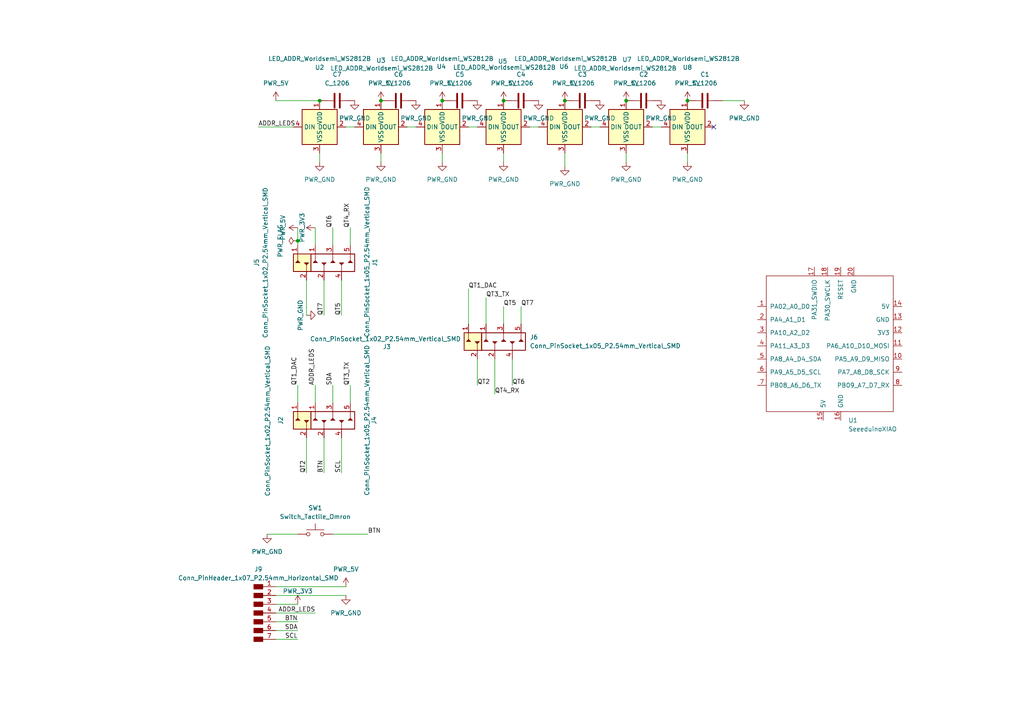
<source format=kicad_sch>
(kicad_sch (version 20231120) (generator "eeschema") (generator_version "8.0")
  (paper "A4")
  (lib_symbols
    (symbol "Seeeduino XIAO:SeeeduinoXIAO" (pin_names (offset 1.016))
      (property "Reference" "U" (at -19.05 22.86 0))
      (property "Value" "SeeeduinoXIAO" (at -12.7 21.59 0))
      (symbol "SeeeduinoXIAO_0_1"
        (rectangle (start -19.05 20.32) (end 17.78 -19.05))
      )
      (symbol "SeeeduinoXIAO_1_1"
        (pin unspecified line (at -21.59 11.43 0) (length 2.54) (name "PA02_A0_D0") (number "1"))
        (pin unspecified line (at 20.32 -3.81 180) (length 2.54) (name "PA5_A9_D9_MISO") (number "10"))
        (pin unspecified line (at 20.32 0 180) (length 2.54) (name "PA6_A10_D10_MOSI") (number "11"))
        (pin unspecified line (at 20.32 3.81 180) (length 2.54) (name "3V3") (number "12"))
        (pin unspecified line (at 20.32 7.62 180) (length 2.54) (name "GND") (number "13"))
        (pin unspecified line (at 20.32 11.43 180) (length 2.54) (name "5V") (number "14"))
        (pin input line (at -2.54 -21.59 90) (length 2.54) (name "5V") (number "15"))
        (pin input line (at 2.54 -21.59 90) (length 2.54) (name "GND") (number "16"))
        (pin input line (at -5.08 22.86 270) (length 2.54) (name "PA31_SWDIO") (number "17"))
        (pin input line (at -1.27 22.86 270) (length 2.54) (name "PA30_SWCLK") (number "18"))
        (pin input line (at 2.54 22.86 270) (length 2.54) (name "RESET") (number "19"))
        (pin unspecified line (at -21.59 7.62 0) (length 2.54) (name "PA4_A1_D1") (number "2"))
        (pin input line (at 6.35 22.86 270) (length 2.54) (name "GND") (number "20"))
        (pin unspecified line (at -21.59 3.81 0) (length 2.54) (name "PA10_A2_D2") (number "3"))
        (pin unspecified line (at -21.59 0 0) (length 2.54) (name "PA11_A3_D3") (number "4"))
        (pin unspecified line (at -21.59 -3.81 0) (length 2.54) (name "PA8_A4_D4_SDA") (number "5"))
        (pin unspecified line (at -21.59 -7.62 0) (length 2.54) (name "PA9_A5_D5_SCL") (number "6"))
        (pin unspecified line (at -21.59 -11.43 0) (length 2.54) (name "PB08_A6_D6_TX") (number "7"))
        (pin unspecified line (at 20.32 -11.43 180) (length 2.54) (name "PB09_A7_D7_RX") (number "8"))
        (pin unspecified line (at 20.32 -7.62 180) (length 2.54) (name "PA7_A8_D8_SCK") (number "9"))
      )
    )
    (symbol "fab:C_1206" (pin_numbers hide)
      (property "Reference" "C" (at 0.635 2.54 0))
      (property "Value" "C_1206" (at 0.635 -2.54 0))
      (symbol "C_1206_0_1"
        (polyline (pts (xy -2.032 -0.762) (xy 2.032 -0.762)) (stroke (width 0.508)))
        (polyline (pts (xy -2.032 0.762) (xy 2.032 0.762)) (stroke (width 0.508)))
        (polyline (pts (xy 0 -0.635) (xy 0 -2.54)))
        (polyline (pts (xy 0 0.635) (xy 0 2.54)))
      )
      (symbol "C_1206_1_1"
        (pin passive line (at 0 5.08 270) (length 2.54) (name "~") (number "1"))
        (pin passive line (at 0 -5.08 90) (length 2.54) (name "~") (number "2"))
      )
    )
    (symbol "fab:Conn_PinHeader_1x07_P2.54mm_Horizontal_SMD" (pin_names hide)
      (property "Reference" "J" (at 0 10.16 0))
      (property "Value" "Conn_PinHeader_1x07_P2.54mm_Horizontal_SMD" (at 0 -10.16 0))
      (symbol "Conn_PinHeader_1x07_P2.54mm_Horizontal_SMD_1_1"
        (rectangle (start -1.27 -6.985) (end 1.27 -8.255) (stroke (width 0.254)) (fill (type outline)))
        (rectangle (start -1.27 -4.445) (end 1.27 -5.715) (stroke (width 0.254)) (fill (type outline)))
        (rectangle (start -1.27 -1.905) (end 1.27 -3.175) (stroke (width 0.254)) (fill (type outline)))
        (rectangle (start -1.27 0.635) (end 1.27 -0.635) (stroke (width 0.254)) (fill (type outline)))
        (rectangle (start -1.27 3.175) (end 1.27 1.905) (stroke (width 0.254)) (fill (type outline)))
        (rectangle (start -1.27 5.715) (end 1.27 4.445) (stroke (width 0.254)) (fill (type outline)))
        (rectangle (start -1.27 8.255) (end 1.27 6.985) (stroke (width 0.254)) (fill (type outline)))
        (pin passive line (at 5.08 7.62 180) (length 3.81) (name "Pin_1") (number "1"))
        (pin passive line (at 5.08 5.08 180) (length 3.81) (name "Pin_2") (number "2"))
        (pin passive line (at 5.08 2.54 180) (length 3.81) (name "Pin_3") (number "3"))
        (pin passive line (at 5.08 0 180) (length 3.81) (name "Pin_4") (number "4"))
        (pin passive line (at 5.08 -2.54 180) (length 3.81) (name "Pin_5") (number "5"))
        (pin passive line (at 5.08 -5.08 180) (length 3.81) (name "Pin_6") (number "6"))
        (pin passive line (at 5.08 -7.62 180) (length 3.81) (name "Pin_7") (number "7"))
      )
    )
    (symbol "fab:Conn_PinSocket_1x02_P2.54mm_Vertical_SMD" (pin_names hide)
      (property "Reference" "J" (at 0 3.81 0))
      (property "Value" "Conn_PinSocket_1x02_P2.54mm_Vertical_SMD" (at 0 -3.81 0))
      (symbol "Conn_PinSocket_1x02_P2.54mm_Vertical_SMD_0_0"
        (rectangle (start -2.54 2.54) (end 2.54 -2.54) (stroke (width 0.254)) (fill (type background)))
        (polyline (pts (xy 0 -1.27) (xy -2.54 -1.27)))
        (polyline (pts (xy 2.54 1.27) (xy 0 1.27)))
        (polyline (pts (xy 0 -1.905) (xy -0.635 -1.27) (xy 0 -0.635) (xy 0 -1.905)) (fill (type outline)))
        (polyline (pts (xy 0 0.635) (xy 0.635 1.27) (xy 0 1.905) (xy 0 0.635)) (fill (type outline)))
      )
      (symbol "Conn_PinSocket_1x02_P2.54mm_Vertical_SMD_1_1"
        (pin passive line (at 5.08 1.27 180) (length 2.54) (name "Pin_1") (number "1"))
        (pin passive line (at -5.08 -1.27 0) (length 2.54) (name "Pin_2") (number "2"))
      )
    )
    (symbol "fab:Conn_PinSocket_1x05_P2.54mm_Vertical_SMD" (pin_names hide)
      (property "Reference" "J" (at 0 7.62 0))
      (property "Value" "Conn_PinSocket_1x05_P2.54mm_Vertical_SMD" (at 0 -7.62 0))
      (symbol "Conn_PinSocket_1x05_P2.54mm_Vertical_SMD_0_0"
        (polyline (pts (xy 0 -2.54) (xy -2.54 -2.54)))
        (polyline (pts (xy 0 2.54) (xy -2.54 2.54)))
        (polyline (pts (xy 2.54 -5.08) (xy 0 -5.08)))
        (polyline (pts (xy 2.54 0) (xy 0 0)))
        (polyline (pts (xy 2.54 5.08) (xy 0 5.08)))
        (polyline (pts (xy 0 -5.715) (xy 0.635 -5.08) (xy 0 -4.445) (xy 0 -5.715)) (fill (type outline)))
        (polyline (pts (xy 0 -3.175) (xy -0.635 -2.54) (xy 0 -1.905) (xy 0 -3.175)) (fill (type outline)))
        (polyline (pts (xy 0 -0.635) (xy 0.635 0) (xy 0 0.635) (xy 0 -0.635)) (fill (type outline)))
        (polyline (pts (xy 0 1.905) (xy -0.635 2.54) (xy 0 3.175) (xy 0 1.905)) (fill (type outline)))
        (polyline (pts (xy 0 4.445) (xy 0.635 5.08) (xy 0 5.715) (xy 0 4.445)) (fill (type outline)))
      )
      (symbol "Conn_PinSocket_1x05_P2.54mm_Vertical_SMD_1_0"
        (rectangle (start -2.54 6.35) (end 2.54 -6.35) (stroke (width 0.254)))
      )
      (symbol "Conn_PinSocket_1x05_P2.54mm_Vertical_SMD_1_1"
        (pin passive line (at 5.08 5.08 180) (length 2.54) (name "Pin_1") (number "1"))
        (pin passive line (at -5.08 2.54 0) (length 2.54) (name "Pin_2") (number "2"))
        (pin passive line (at 5.08 0 180) (length 2.54) (name "Pin_1") (number "3"))
        (pin passive line (at -5.08 -2.54 0) (length 2.54) (name "Pin_2") (number "4"))
        (pin passive line (at 5.08 -5.08 180) (length 2.54) (name "Pin_1") (number "5"))
      )
    )
    (symbol "fab:LED_ADDR_Worldsemi_WS2812B"
      (property "Reference" "U" (at -5.08 5.715 0))
      (property "Value" "LED_ADDR_Worldsemi_WS2812B" (at 0.635 5.715 0))
      (symbol "LED_ADDR_Worldsemi_WS2812B_0_1"
        (rectangle (start -5.08 5.08) (end 5.08 -5.08) (stroke (width 0.254)) (fill (type background)))
      )
      (symbol "LED_ADDR_Worldsemi_WS2812B_1_1"
        (pin power_in line (at 0 7.62 270) (length 2.54) (name "VDD") (number "1"))
        (pin output line (at 7.62 0 180) (length 2.54) (name "DOUT") (number "2"))
        (pin power_in line (at 0 -7.62 90) (length 2.54) (name "VSS") (number "3"))
        (pin input line (at -7.62 0 0) (length 2.54) (name "DIN") (number "4"))
      )
    )
    (symbol "fab:PWR_3V3" (power) (pin_names (offset 0))
      (property "Value" "PWR_3V3" (at 0 3.556 0))
      (symbol "PWR_3V3_0_1"
        (polyline (pts (xy -0.762 1.27) (xy 0 2.54)))
        (polyline (pts (xy 0 0) (xy 0 2.54)))
        (polyline (pts (xy 0 2.54) (xy 0.762 1.27)))
      )
      (symbol "PWR_3V3_1_1"
        (pin power_in line (at 0 0 90) (length 0) hide (name "PWR_3V3") (number "1"))
      )
    )
    (symbol "fab:PWR_5V" (power) (pin_names (offset 0))
      (property "Value" "PWR_5V" (at 0 3.556 0))
      (symbol "PWR_5V_0_1"
        (polyline (pts (xy -0.762 1.27) (xy 0 2.54)))
        (polyline (pts (xy 0 0) (xy 0 2.54)))
        (polyline (pts (xy 0 2.54) (xy 0.762 1.27)))
      )
      (symbol "PWR_5V_1_1"
        (pin power_in line (at 0 0 90) (length 0) hide (name "PWR_5V") (number "1"))
      )
    )
    (symbol "fab:PWR_FLAG" (power) (pin_numbers hide) (pin_names (offset 0) hide)
      (property "Value" "PWR_FLAG" (at 0 3.81 0))
      (symbol "PWR_FLAG_0_1"
        (polyline (pts (xy 0 0) (xy 0 1.27) (xy -1.016 1.905) (xy 0 2.54) (xy 1.016 1.905) (xy 0 1.27)))
      )
      (symbol "PWR_FLAG_1_0"
        (pin power_out line (at 0 0 90) (length 0) (name "PWR_FLAG") (number "1"))
      )
    )
    (symbol "fab:PWR_GND" (power) (pin_names (offset 0))
      (property "Value" "PWR_GND" (at 0 -3.81 0))
      (symbol "PWR_GND_0_1"
        (polyline (pts (xy 0 0) (xy 0 -1.27) (xy 1.27 -1.27) (xy 0 -2.54) (xy -1.27 -1.27) (xy 0 -1.27)))
      )
      (symbol "PWR_GND_1_1"
        (pin power_in line (at 0 0 270) (length 0) hide (name "PWR_GND") (number "1"))
      )
    )
    (symbol "fab:Switch_Tactile_Omron" (pin_numbers hide) (pin_names (offset 1.016) hide)
      (property "Reference" "SW" (at 1.27 2.54 0))
      (property "Value" "Switch_Tactile_Omron" (at 0 -1.524 0))
      (symbol "Switch_Tactile_Omron_0_1"
        (circle (center -2.032 0) (radius 0.508))
        (polyline (pts (xy 0 1.27) (xy 0 3.048)))
        (polyline (pts (xy 2.54 1.27) (xy -2.54 1.27)))
        (circle (center 2.032 0) (radius 0.508))
        (pin passive line (at -5.08 0 0) (length 2.54) (name "1") (number "1"))
        (pin passive line (at 5.08 0 180) (length 2.54) (name "2") (number "2"))
      )
    )
  )
  (junction (at 128.27 29.21))
  (junction (at 163.83 29.21))
  (junction (at 110.49 29.21))
  (junction (at 199.39 29.21))
  (junction (at 86.36 69.85))
  (junction (at 146.05 29.21))
  (junction (at 181.61 29.21))
  (junction (at 92.71 29.21))
  (no_connect (at 207.01 36.83))
  (wire (pts (xy 77.47 154.94) (xy 86.36 154.94)))
  (wire (pts (xy 199.39 44.45) (xy 199.39 46.99)))
  (wire (pts (xy 135.89 36.83) (xy 138.43 36.83)))
  (wire (pts (xy 151.13 88.9) (xy 151.13 93.98)))
  (wire (pts (xy 110.49 44.45) (xy 110.49 46.99)))
  (wire (pts (xy 100.33 170.18) (xy 80.01 170.18)))
  (wire (pts (xy 99.06 81.28) (xy 99.06 91.44)))
  (wire (pts (xy 86.36 111.76) (xy 86.36 116.84)))
  (wire (pts (xy 153.67 36.83) (xy 156.21 36.83)))
  (wire (pts (xy 88.9 127) (xy 88.9 137.16)))
  (wire (pts (xy 148.59 104.14) (xy 148.59 111.76)))
  (wire (pts (xy 140.97 86.36) (xy 140.97 93.98)))
  (wire (pts (xy 88.9 91.44) (xy 88.9 81.28)))
  (wire (pts (xy 91.44 71.12) (xy 91.44 66.04)))
  (wire (pts (xy 96.52 66.04) (xy 96.52 71.12)))
  (wire (pts (xy 80.01 29.21) (xy 92.71 29.21)))
  (wire (pts (xy 209.55 29.21) (xy 215.9 29.21)))
  (wire (pts (xy 101.6 66.04) (xy 101.6 71.12)))
  (wire (pts (xy 96.52 116.84) (xy 96.52 111.76)))
  (wire (pts (xy 143.51 104.14) (xy 143.51 114.3)))
  (wire (pts (xy 86.36 175.26) (xy 80.01 175.26)))
  (wire (pts (xy 96.52 154.94) (xy 106.68 154.94)))
  (wire (pts (xy 138.43 104.14) (xy 138.43 111.76)))
  (wire (pts (xy 146.05 44.45) (xy 146.05 46.99)))
  (wire (pts (xy 86.36 182.88) (xy 80.01 182.88)))
  (wire (pts (xy 86.36 71.12) (xy 86.36 69.85)))
  (wire (pts (xy 135.89 83.82) (xy 135.89 93.98)))
  (wire (pts (xy 86.36 69.85) (xy 86.36 66.04)))
  (wire (pts (xy 99.06 137.16) (xy 99.06 127)))
  (wire (pts (xy 128.27 44.45) (xy 128.27 46.99)))
  (wire (pts (xy 189.23 36.83) (xy 191.77 36.83)))
  (wire (pts (xy 92.71 44.45) (xy 92.71 46.99)))
  (wire (pts (xy 146.05 88.9) (xy 146.05 93.98)))
  (wire (pts (xy 100.33 172.72) (xy 80.01 172.72)))
  (wire (pts (xy 101.6 116.84) (xy 101.6 111.76)))
  (wire (pts (xy 91.44 116.84) (xy 91.44 111.76)))
  (wire (pts (xy 93.98 137.16) (xy 93.98 127)))
  (wire (pts (xy 86.36 185.42) (xy 80.01 185.42)))
  (wire (pts (xy 163.83 44.45) (xy 163.83 48.26)))
  (wire (pts (xy 100.33 36.83) (xy 102.87 36.83)))
  (wire (pts (xy 93.98 81.28) (xy 93.98 91.44)))
  (wire (pts (xy 91.44 177.8) (xy 80.01 177.8)))
  (wire (pts (xy 74.93 36.83) (xy 85.09 36.83)))
  (wire (pts (xy 171.45 36.83) (xy 173.99 36.83)))
  (wire (pts (xy 118.11 36.83) (xy 120.65 36.83)))
  (wire (pts (xy 86.36 180.34) (xy 80.01 180.34)))
  (wire (pts (xy 181.61 44.45) (xy 181.61 46.99)))
  (label "BTN" (at 86.36 180.34 180))
  (label "QT3_TX" (at 101.6 111.76 90))
  (label "QT1_DAC" (at 86.36 111.76 90))
  (label "SCL" (at 99.06 137.16 90))
  (label "QT1_DAC" (at 135.89 83.82 0))
  (label "ADDR_LEDS" (at 91.44 111.76 90))
  (label "QT6" (at 148.59 111.76 0))
  (label "QT7" (at 151.13 88.9 0))
  (label "QT2" (at 138.43 111.76 0))
  (label "SCL" (at 86.36 185.42 180))
  (label "QT5" (at 146.05 88.9 0))
  (label "QT3_TX" (at 140.97 86.36 0))
  (label "QT4_RX" (at 143.51 114.3 0))
  (label "QT5" (at 99.06 91.44 90))
  (label "QT4_RX" (at 101.6 66.04 90))
  (label "QT7" (at 93.98 91.44 90))
  (label "BTN" (at 93.98 137.16 90))
  (label "QT2" (at 88.9 137.16 90))
  (label "BTN" (at 106.68 154.94 0))
  (label "ADDR_LEDS" (at 91.44 177.8 180))
  (label "QT6" (at 96.52 66.04 90))
  (label "ADDR_LEDS" (at 74.93 36.83 0))
  (label "SDA" (at 86.36 182.88 180))
  (label "SDA" (at 96.52 111.76 90))
  (symbol (lib_id "fab:LED_ADDR_Worldsemi_WS2812B") (at 128.27 36.83 0) (unit 1)
    (property "Reference" "U4" (at 128.016 19.304 0))
    (property "Value" "LED_ADDR_Worldsemi_WS2812B" (at 128.27 17.018 0))
    (property "Footprint" "fab:LED_ADDR_Worldsemi_WS2812B" (effects (hide yes)))
    (property "Datasheet" "http://cdn.sparkfun.com/datasheets/BreakoutBoards/WS2812B.pdf" (effects (hide yes)))
    (property "Description" "Worldsemi WS2812B, Adafruit Industries LLC ADDRESS LED SERIAL RGB 100PK" (effects (hide yes)))
  )
  (symbol (lib_id "fab:PWR_5V") (at 110.49 29.21 0) (unit 1)
    (property "Reference" "#PWR023" (effects (hide yes)))
    (property "Value" "PWR_5V" (at 110.49 24.13 0))
    (property "Description" "Power symbol creates a global label with name \"+5V\"" (effects (hide yes)))
  )
  (symbol (lib_id "fab:LED_ADDR_Worldsemi_WS2812B") (at 92.71 36.83 0) (unit 1)
    (property "Reference" "U2" (at 92.71 19.558 0))
    (property "Value" "LED_ADDR_Worldsemi_WS2812B" (at 92.71 17.018 0))
    (property "Footprint" "fab:LED_ADDR_Worldsemi_WS2812B" (effects (hide yes)))
    (property "Datasheet" "http://cdn.sparkfun.com/datasheets/BreakoutBoards/WS2812B.pdf" (effects (hide yes)))
    (property "Description" "Worldsemi WS2812B, Adafruit Industries LLC ADDRESS LED SERIAL RGB 100PK" (effects (hide yes)))
  )
  (symbol (lib_id "fab:PWR_GND") (at 92.71 46.99 0) (unit 1)
    (property "Reference" "#PWR01" (effects (hide yes)))
    (property "Value" "PWR_GND" (at 92.71 52.07 0))
    (property "Description" "Power symbol creates a global label with name \"GND\" , ground" (effects (hide yes)))
  )
  (symbol (lib_id "fab:LED_ADDR_Worldsemi_WS2812B") (at 181.61 36.83 0) (unit 1)
    (property "Reference" "U7" (at 181.864 17.272 0))
    (property "Value" "LED_ADDR_Worldsemi_WS2812B" (at 181.356 19.812 0))
    (property "Footprint" "fab:LED_ADDR_Worldsemi_WS2812B" (effects (hide yes)))
    (property "Datasheet" "http://cdn.sparkfun.com/datasheets/BreakoutBoards/WS2812B.pdf" (effects (hide yes)))
    (property "Description" "Worldsemi WS2812B, Adafruit Industries LLC ADDRESS LED SERIAL RGB 100PK" (effects (hide yes)))
  )
  (symbol (lib_id "fab:Conn_PinSocket_1x02_P2.54mm_Vertical_SMD") (at 87.63 121.92 90) (unit 1)
    (property "Reference" "J2" (at 81.407 120.777 0) (effects (justify right)))
    (property "Value" "Conn_PinSocket_1x02_P2.54mm_Vertical_SMD" (at 77.597 100.203 0) (effects (justify right)))
    (property "Footprint" "fab:PinSocket_1x02_P2.54mm_Vertical_SMD" (effects (hide yes)))
    (property "Datasheet" "https://media.digikey.com/pdf/Data%20Sheets/Sullins%20PDFs/NPxCxx1KFXx-RC%2010487-D.pdf" (effects (hide yes)))
    (property "Description" "2 Position Header, Top or Bottom Entry Connector 0.100\" (2.54mm) Surface Mount Tin" (effects (hide yes)))
  )
  (symbol (lib_id "fab:PWR_GND") (at 100.33 172.72 0) (mirror y) (unit 1)
    (property "Reference" "#PWR011" (effects (hide yes)))
    (property "Value" "PWR_GND" (at 100.33 177.8 0))
    (property "Description" "Power symbol creates a global label with name \"GND\" , ground" (effects (hide yes)))
  )
  (symbol (lib_id "fab:PWR_GND") (at 138.43 29.21 0) (unit 1)
    (property "Reference" "#PWR016" (effects (hide yes)))
    (property "Value" "PWR_GND" (at 138.43 34.29 0))
    (property "Description" "Power symbol creates a global label with name \"GND\" , ground" (effects (hide yes)))
  )
  (symbol (lib_id "fab:C_1206") (at 186.69 29.21 270) (unit 1)
    (property "Reference" "C2" (at 186.69 21.59 90))
    (property "Value" "C_1206" (at 186.69 24.13 90))
    (property "Footprint" "fab:C_1206" (effects (hide yes)))
    (property "Datasheet" "https://www.yageo.com/upload/media/product/productsearch/datasheet/mlcc/UPY-GP_NP0_16V-to-50V_18.pdf" (effects (hide yes)))
    (property "Description" "Unpolarized capacitor, SMD, 1206" (effects (hide yes)))
  )
  (symbol (lib_id "fab:PWR_5V") (at 86.36 66.04 90) (unit 1)
    (property "Reference" "#PWR014" (effects (hide yes)))
    (property "Value" "PWR_5V" (at 82.042 66.04 0))
    (property "Description" "Power symbol creates a global label with name \"+5V\"" (effects (hide yes)))
  )
  (symbol (lib_id "fab:Conn_PinSocket_1x02_P2.54mm_Vertical_SMD") (at 87.63 76.2 90) (unit 1)
    (property "Reference" "J5" (at 74.422 76.2 0))
    (property "Value" "Conn_PinSocket_1x02_P2.54mm_Vertical_SMD" (at 76.962 76.2 0))
    (property "Footprint" "fab:PinSocket_1x02_P2.54mm_Vertical_SMD" (effects (hide yes)))
    (property "Datasheet" "https://media.digikey.com/pdf/Data%20Sheets/Sullins%20PDFs/NPxCxx1KFXx-RC%2010487-D.pdf" (effects (hide yes)))
    (property "Description" "2 Position Header, Top or Bottom Entry Connector 0.100\" (2.54mm) Surface Mount Tin" (effects (hide yes)))
  )
  (symbol (lib_id "fab:Conn_PinSocket_1x05_P2.54mm_Vertical_SMD") (at 96.52 76.2 90) (unit 1)
    (property "Reference" "J1" (at 108.712 74.93 0) (effects (justify right)))
    (property "Value" "Conn_PinSocket_1x05_P2.54mm_Vertical_SMD" (at 106.426 54.102 0) (effects (justify right)))
    (property "Footprint" "fab:PinSocket_1x05_P2.54mm_Vertical_SMD" (effects (hide yes)))
    (property "Datasheet" "https://media.digikey.com/pdf/Data%20Sheets/Sullins%20PDFs/NPxCxx1KFXx-RC%2010487-D.pdf" (effects (hide yes)))
    (property "Description" "Top or Bottom Entry Connector 0.100\" (2.54mm) Surface Mount Tin" (effects (hide yes)))
  )
  (symbol (lib_id "fab:PWR_5V") (at 146.05 29.21 0) (unit 1)
    (property "Reference" "#PWR025" (effects (hide yes)))
    (property "Value" "PWR_5V" (at 146.05 24.13 0))
    (property "Description" "Power symbol creates a global label with name \"+5V\"" (effects (hide yes)))
  )
  (symbol (lib_id "fab:PWR_GND") (at 215.9 29.21 0) (unit 1)
    (property "Reference" "#PWR010" (effects (hide yes)))
    (property "Value" "PWR_GND" (at 215.9 34.29 0))
    (property "Description" "Power symbol creates a global label with name \"GND\" , ground" (effects (hide yes)))
  )
  (symbol (lib_id "fab:C_1206") (at 168.91 29.21 270) (unit 1)
    (property "Reference" "C3" (at 168.91 21.59 90))
    (property "Value" "C_1206" (at 168.91 24.13 90))
    (property "Footprint" "fab:C_1206" (effects (hide yes)))
    (property "Datasheet" "https://www.yageo.com/upload/media/product/productsearch/datasheet/mlcc/UPY-GP_NP0_16V-to-50V_18.pdf" (effects (hide yes)))
    (property "Description" "Unpolarized capacitor, SMD, 1206" (effects (hide yes)))
  )
  (symbol (lib_id "fab:Conn_PinHeader_1x07_P2.54mm_Horizontal_SMD") (at 74.93 177.8 0) (unit 1)
    (property "Reference" "J9" (at 74.93 165.1 0))
    (property "Value" "Conn_PinHeader_1x07_P2.54mm_Horizontal_SMD" (at 74.93 167.64 0))
    (property "Footprint" "fab:PinHeader_1x07_P2.54mm_Horizontal_SMD" (effects (hide yes)))
    (property "Description" "Male connector, single row" (effects (hide yes)))
  )
  (symbol (lib_id "fab:C_1206") (at 97.79 29.21 270) (unit 1)
    (property "Reference" "C7" (at 97.79 21.59 90))
    (property "Value" "C_1206" (at 97.79 24.13 90))
    (property "Footprint" "fab:C_1206" (effects (hide yes)))
    (property "Datasheet" "https://www.yageo.com/upload/media/product/productsearch/datasheet/mlcc/UPY-GP_NP0_16V-to-50V_18.pdf" (effects (hide yes)))
    (property "Description" "Unpolarized capacitor, SMD, 1206" (effects (hide yes)))
  )
  (symbol (lib_id "fab:PWR_5V") (at 163.83 29.21 0) (unit 1)
    (property "Reference" "#PWR026" (effects (hide yes)))
    (property "Value" "PWR_5V" (at 163.83 24.13 0))
    (property "Description" "Power symbol creates a global label with name \"+5V\"" (effects (hide yes)))
  )
  (symbol (lib_id "fab:PWR_3V3") (at 91.44 66.04 90) (unit 1)
    (property "Reference" "#PWR018" (effects (hide yes)))
    (property "Value" "PWR_3V3" (at 87.63 66.04 0))
    (property "Description" "Power symbol creates a global label with name \"+3V3\"" (effects (hide yes)))
  )
  (symbol (lib_id "fab:PWR_GND") (at 163.83 48.26 0) (unit 1)
    (property "Reference" "#PWR05" (effects (hide yes)))
    (property "Value" "PWR_GND" (at 163.83 53.34 0))
    (property "Description" "Power symbol creates a global label with name \"GND\" , ground" (effects (hide yes)))
  )
  (symbol (lib_id "fab:PWR_GND") (at 110.49 46.99 0) (unit 1)
    (property "Reference" "#PWR02" (effects (hide yes)))
    (property "Value" "PWR_GND" (at 110.49 52.07 0))
    (property "Description" "Power symbol creates a global label with name \"GND\" , ground" (effects (hide yes)))
  )
  (symbol (lib_id "fab:PWR_5V") (at 199.39 29.21 0) (unit 1)
    (property "Reference" "#PWR028" (effects (hide yes)))
    (property "Value" "PWR_5V" (at 199.39 24.13 0))
    (property "Description" "Power symbol creates a global label with name \"+5V\"" (effects (hide yes)))
  )
  (symbol (lib_id "fab:Switch_Tactile_Omron") (at 91.44 154.94 0) (unit 1)
    (property "Reference" "SW1" (at 91.44 147.32 0))
    (property "Value" "Switch_Tactile_Omron" (at 91.44 149.86 0))
    (property "Footprint" "fab:Button_Omron_B3SN_6.0x6.0mm" (effects (hide yes)))
    (property "Datasheet" "https://omronfs.omron.com/en_US/ecb/products/pdf/en-b3sn.pdf" (effects (hide yes)))
    (property "Description" "Push button switch, Omron, B3SN, Sealed Tactile Switch (SMT), SPST-NO Top Actuated Surface Mount" (effects (hide yes)))
  )
  (symbol (lib_id "fab:PWR_5V") (at 80.01 29.21 0) (unit 1)
    (property "Reference" "#PWR09" (effects (hide yes)))
    (property "Value" "PWR_5V" (at 80.01 24.13 0))
    (property "Description" "Power symbol creates a global label with name \"+5V\"" (effects (hide yes)))
  )
  (symbol (lib_id "fab:PWR_GND") (at 120.65 29.21 0) (unit 1)
    (property "Reference" "#PWR015" (effects (hide yes)))
    (property "Value" "PWR_GND" (at 120.65 34.29 0))
    (property "Description" "Power symbol creates a global label with name \"GND\" , ground" (effects (hide yes)))
  )
  (symbol (lib_id "fab:PWR_GND") (at 146.05 46.99 0) (unit 1)
    (property "Reference" "#PWR04" (effects (hide yes)))
    (property "Value" "PWR_GND" (at 146.05 52.07 0))
    (property "Description" "Power symbol creates a global label with name \"GND\" , ground" (effects (hide yes)))
  )
  (symbol (lib_id "fab:PWR_GND") (at 102.87 29.21 0) (unit 1)
    (property "Reference" "#PWR013" (effects (hide yes)))
    (property "Value" "PWR_GND" (at 102.87 34.29 0))
    (property "Description" "Power symbol creates a global label with name \"GND\" , ground" (effects (hide yes)))
  )
  (symbol (lib_id "fab:PWR_GND") (at 128.27 46.99 0) (unit 1)
    (property "Reference" "#PWR03" (effects (hide yes)))
    (property "Value" "PWR_GND" (at 128.27 52.07 0))
    (property "Description" "Power symbol creates a global label with name \"GND\" , ground" (effects (hide yes)))
  )
  (symbol (lib_id "fab:Conn_PinSocket_1x05_P2.54mm_Vertical_SMD") (at 96.52 121.92 90) (unit 1)
    (property "Reference" "J4" (at 108.458 121.92 0))
    (property "Value" "Conn_PinSocket_1x05_P2.54mm_Vertical_SMD" (at 106.426 121.92 0))
    (property "Footprint" "fab:PinSocket_1x05_P2.54mm_Vertical_SMD" (effects (hide yes)))
    (property "Datasheet" "https://media.digikey.com/pdf/Data%20Sheets/Sullins%20PDFs/NPxCxx1KFXx-RC%2010487-D.pdf" (effects (hide yes)))
    (property "Description" "Top or Bottom Entry Connector 0.100\" (2.54mm) Surface Mount Tin" (effects (hide yes)))
  )
  (symbol (lib_id "fab:C_1206") (at 151.13 29.21 270) (unit 1)
    (property "Reference" "C4" (at 151.13 21.59 90))
    (property "Value" "C_1206" (at 151.13 24.13 90))
    (property "Footprint" "fab:C_1206" (effects (hide yes)))
    (property "Datasheet" "https://www.yageo.com/upload/media/product/productsearch/datasheet/mlcc/UPY-GP_NP0_16V-to-50V_18.pdf" (effects (hide yes)))
    (property "Description" "Unpolarized capacitor, SMD, 1206" (effects (hide yes)))
  )
  (symbol (lib_id "fab:PWR_5V") (at 100.33 170.18 0) (mirror y) (unit 1)
    (property "Reference" "#PWR08" (effects (hide yes)))
    (property "Value" "PWR_5V" (at 100.33 165.1 0))
    (property "Description" "Power symbol creates a global label with name \"+5V\"" (effects (hide yes)))
  )
  (symbol (lib_id "fab:C_1206") (at 133.35 29.21 270) (unit 1)
    (property "Reference" "C5" (at 133.35 21.59 90))
    (property "Value" "C_1206" (at 133.35 24.13 90))
    (property "Footprint" "fab:C_1206" (effects (hide yes)))
    (property "Datasheet" "https://www.yageo.com/upload/media/product/productsearch/datasheet/mlcc/UPY-GP_NP0_16V-to-50V_18.pdf" (effects (hide yes)))
    (property "Description" "Unpolarized capacitor, SMD, 1206" (effects (hide yes)))
  )
  (symbol (lib_id "fab:PWR_GND") (at 156.21 29.21 0) (unit 1)
    (property "Reference" "#PWR019" (effects (hide yes)))
    (property "Value" "PWR_GND" (at 156.21 34.29 0))
    (property "Description" "Power symbol creates a global label with name \"GND\" , ground" (effects (hide yes)))
  )
  (symbol (lib_id "fab:Conn_PinSocket_1x02_P2.54mm_Vertical_SMD") (at 137.16 99.06 90) (unit 1)
    (property "Reference" "J3" (at 110.998 100.584 90) (effects (justify right)))
    (property "Value" "Conn_PinSocket_1x02_P2.54mm_Vertical_SMD" (at 89.916 98.298 90) (effects (justify right)))
    (property "Footprint" "fab:PinSocket_1x02_P2.54mm_Vertical_SMD" (effects (hide yes)))
    (property "Datasheet" "https://media.digikey.com/pdf/Data%20Sheets/Sullins%20PDFs/NPxCxx1KFXx-RC%2010487-D.pdf" (effects (hide yes)))
    (property "Description" "2 Position Header, Top or Bottom Entry Connector 0.100\" (2.54mm) Surface Mount Tin" (effects (hide yes)))
  )
  (symbol (lib_id "fab:LED_ADDR_Worldsemi_WS2812B") (at 163.83 36.83 0) (unit 1)
    (property "Reference" "U6" (at 163.576 19.304 0))
    (property "Value" "LED_ADDR_Worldsemi_WS2812B" (at 164.084 17.018 0))
    (property "Footprint" "fab:LED_ADDR_Worldsemi_WS2812B" (effects (hide yes)))
    (property "Datasheet" "http://cdn.sparkfun.com/datasheets/BreakoutBoards/WS2812B.pdf" (effects (hide yes)))
    (property "Description" "Worldsemi WS2812B, Adafruit Industries LLC ADDRESS LED SERIAL RGB 100PK" (effects (hide yes)))
  )
  (symbol (lib_id "fab:PWR_GND") (at 199.39 46.99 0) (unit 1)
    (property "Reference" "#PWR07" (effects (hide yes)))
    (property "Value" "PWR_GND" (at 199.39 52.07 0))
    (property "Description" "Power symbol creates a global label with name \"GND\" , ground" (effects (hide yes)))
  )
  (symbol (lib_id "fab:Conn_PinSocket_1x05_P2.54mm_Vertical_SMD") (at 146.05 99.06 90) (unit 1)
    (property "Reference" "J6" (at 153.67 97.7899 90) (effects (justify right)))
    (property "Value" "Conn_PinSocket_1x05_P2.54mm_Vertical_SMD" (at 153.67 100.3299 90) (effects (justify right)))
    (property "Footprint" "fab:PinSocket_1x05_P2.54mm_Vertical_SMD" (effects (hide yes)))
    (property "Datasheet" "https://media.digikey.com/pdf/Data%20Sheets/Sullins%20PDFs/NPxCxx1KFXx-RC%2010487-D.pdf" (effects (hide yes)))
    (property "Description" "Top or Bottom Entry Connector 0.100\" (2.54mm) Surface Mount Tin" (effects (hide yes)))
  )
  (symbol (lib_id "fab:LED_ADDR_Worldsemi_WS2812B") (at 199.39 36.83 0) (unit 1)
    (property "Reference" "U8" (at 199.39 19.558 0))
    (property "Value" "LED_ADDR_Worldsemi_WS2812B" (at 199.644 17.018 0))
    (property "Footprint" "fab:LED_ADDR_Worldsemi_WS2812B" (effects (hide yes)))
    (property "Datasheet" "http://cdn.sparkfun.com/datasheets/BreakoutBoards/WS2812B.pdf" (effects (hide yes)))
    (property "Description" "Worldsemi WS2812B, Adafruit Industries LLC ADDRESS LED SERIAL RGB 100PK" (effects (hide yes)))
  )
  (symbol (lib_id "fab:LED_ADDR_Worldsemi_WS2812B") (at 146.05 36.83 0) (unit 1)
    (property "Reference" "U5" (at 145.796 17.78 0))
    (property "Value" "LED_ADDR_Worldsemi_WS2812B" (at 146.304 19.558 0))
    (property "Footprint" "fab:LED_ADDR_Worldsemi_WS2812B" (effects (hide yes)))
    (property "Datasheet" "http://cdn.sparkfun.com/datasheets/BreakoutBoards/WS2812B.pdf" (effects (hide yes)))
    (property "Description" "Worldsemi WS2812B, Adafruit Industries LLC ADDRESS LED SERIAL RGB 100PK" (effects (hide yes)))
  )
  (symbol (lib_id "fab:PWR_GND") (at 77.47 154.94 0) (unit 1)
    (property "Reference" "#PWR020" (effects (hide yes)))
    (property "Value" "PWR_GND" (at 77.47 160.02 0))
    (property "Description" "Power symbol creates a global label with name \"GND\" , ground" (effects (hide yes)))
  )
  (symbol (lib_id "fab:PWR_5V") (at 128.27 29.21 0) (unit 1)
    (property "Reference" "#PWR024" (effects (hide yes)))
    (property "Value" "PWR_5V" (at 128.27 24.13 0))
    (property "Description" "Power symbol creates a global label with name \"+5V\"" (effects (hide yes)))
  )
  (symbol (lib_id "fab:C_1206") (at 204.47 29.21 270) (unit 1)
    (property "Reference" "C1" (at 204.47 21.59 90))
    (property "Value" "C_1206" (at 204.47 24.13 90))
    (property "Footprint" "fab:C_1206" (effects (hide yes)))
    (property "Datasheet" "https://www.yageo.com/upload/media/product/productsearch/datasheet/mlcc/UPY-GP_NP0_16V-to-50V_18.pdf" (effects (hide yes)))
    (property "Description" "Unpolarized capacitor, SMD, 1206" (effects (hide yes)))
  )
  (symbol (lib_id "fab:LED_ADDR_Worldsemi_WS2812B") (at 110.49 36.83 0) (unit 1)
    (property "Reference" "U3" (at 110.49 17.526 0))
    (property "Value" "LED_ADDR_Worldsemi_WS2812B" (at 110.744 19.812 0))
    (property "Footprint" "fab:LED_ADDR_Worldsemi_WS2812B" (effects (hide yes)))
    (property "Datasheet" "http://cdn.sparkfun.com/datasheets/BreakoutBoards/WS2812B.pdf" (effects (hide yes)))
    (property "Description" "Worldsemi WS2812B, Adafruit Industries LLC ADDRESS LED SERIAL RGB 100PK" (effects (hide yes)))
  )
  (symbol (lib_id "fab:PWR_FLAG") (at 86.36 69.85 90) (unit 1)
    (property "Reference" "#FLG01" (effects (hide yes)))
    (property "Value" "PWR_FLAG" (at 81.28 69.85 0))
    (property "Description" "Special symbol for telling ERC where power comes from" (effects (hide yes)))
  )
  (symbol (lib_id "fab:PWR_GND") (at 191.77 29.21 0) (unit 1)
    (property "Reference" "#PWR022" (effects (hide yes)))
    (property "Value" "PWR_GND" (at 191.77 34.29 0))
    (property "Description" "Power symbol creates a global label with name \"GND\" , ground" (effects (hide yes)))
  )
  (symbol (lib_id "fab:PWR_GND") (at 173.99 29.21 0) (unit 1)
    (property "Reference" "#PWR021" (effects (hide yes)))
    (property "Value" "PWR_GND" (at 173.99 34.29 0))
    (property "Description" "Power symbol creates a global label with name \"GND\" , ground" (effects (hide yes)))
  )
  (symbol (lib_id "fab:PWR_GND") (at 88.9 91.44 90) (unit 1)
    (property "Reference" "#PWR017" (effects (hide yes)))
    (property "Value" "PWR_GND" (at 87.122 91.44 0))
    (property "Description" "Power symbol creates a global label with name \"GND\" , ground" (effects (hide yes)))
  )
  (symbol (lib_id "Seeeduino XIAO:SeeeduinoXIAO") (at 241.3 100.33 0) (unit 1)
    (property "Reference" "U1" (at 246.0341 121.92 0) (effects (justify left)))
    (property "Value" "SeeeduinoXIAO" (at 246.0341 124.46 0) (effects (justify left)))
    (property "Footprint" "fab:SeeedStudio_XIAO_SocketSMD" (effects (hide yes)))
  )
  (symbol (lib_id "fab:PWR_5V") (at 181.61 29.21 0) (unit 1)
    (property "Reference" "#PWR027" (effects (hide yes)))
    (property "Value" "PWR_5V" (at 181.61 24.13 0))
    (property "Description" "Power symbol creates a global label with name \"+5V\"" (effects (hide yes)))
  )
  (symbol (lib_id "fab:C_1206") (at 115.57 29.21 270) (unit 1)
    (property "Reference" "C6" (at 115.57 21.59 90))
    (property "Value" "C_1206" (at 115.57 24.13 90))
    (property "Footprint" "fab:C_1206" (effects (hide yes)))
    (property "Datasheet" "https://www.yageo.com/upload/media/product/productsearch/datasheet/mlcc/UPY-GP_NP0_16V-to-50V_18.pdf" (effects (hide yes)))
    (property "Description" "Unpolarized capacitor, SMD, 1206" (effects (hide yes)))
  )
  (symbol (lib_id "fab:PWR_GND") (at 181.61 46.99 0) (unit 1)
    (property "Reference" "#PWR06" (effects (hide yes)))
    (property "Value" "PWR_GND" (at 181.61 52.07 0))
    (property "Description" "Power symbol creates a global label with name \"GND\" , ground" (effects (hide yes)))
  )
  (symbol (lib_id "fab:PWR_3V3") (at 86.36 175.26 0) (mirror y) (unit 1)
    (property "Reference" "#PWR012" (effects (hide yes)))
    (property "Value" "PWR_3V3" (at 86.36 171.45 0))
    (property "Description" "Power symbol creates a global label with name \"+3V3\"" (effects (hide yes)))
  )
)
</source>
